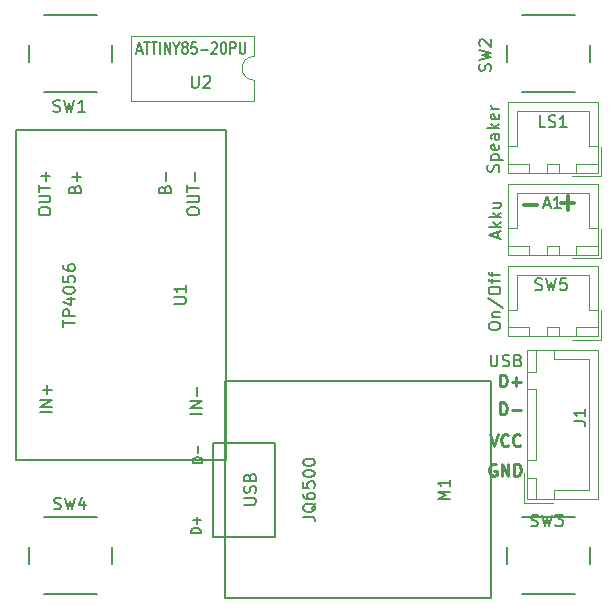
<source format=gbr>
G04 #@! TF.FileFunction,Legend,Top*
%FSLAX46Y46*%
G04 Gerber Fmt 4.6, Leading zero omitted, Abs format (unit mm)*
G04 Created by KiCad (PCBNEW 4.0.6+dfsg1-1) date Tue Jan 16 15:35:21 2018*
%MOMM*%
%LPD*%
G01*
G04 APERTURE LIST*
%ADD10C,0.100000*%
%ADD11C,0.300000*%
%ADD12C,0.250000*%
%ADD13C,0.150000*%
%ADD14C,0.120000*%
G04 APERTURE END LIST*
D10*
D11*
X179478572Y-103907143D02*
X180621429Y-103907143D01*
X180050000Y-104478571D02*
X180050000Y-103335714D01*
X176328572Y-104107143D02*
X177471429Y-104107143D01*
D12*
X173988096Y-126050000D02*
X173892858Y-126002381D01*
X173750001Y-126002381D01*
X173607143Y-126050000D01*
X173511905Y-126145238D01*
X173464286Y-126240476D01*
X173416667Y-126430952D01*
X173416667Y-126573810D01*
X173464286Y-126764286D01*
X173511905Y-126859524D01*
X173607143Y-126954762D01*
X173750001Y-127002381D01*
X173845239Y-127002381D01*
X173988096Y-126954762D01*
X174035715Y-126907143D01*
X174035715Y-126573810D01*
X173845239Y-126573810D01*
X174464286Y-127002381D02*
X174464286Y-126002381D01*
X175035715Y-127002381D01*
X175035715Y-126002381D01*
X175511905Y-127002381D02*
X175511905Y-126002381D01*
X175750000Y-126002381D01*
X175892858Y-126050000D01*
X175988096Y-126145238D01*
X176035715Y-126240476D01*
X176083334Y-126430952D01*
X176083334Y-126573810D01*
X176035715Y-126764286D01*
X175988096Y-126859524D01*
X175892858Y-126954762D01*
X175750000Y-127002381D01*
X175511905Y-127002381D01*
X173466667Y-123502381D02*
X173800000Y-124502381D01*
X174133334Y-123502381D01*
X175038096Y-124407143D02*
X174990477Y-124454762D01*
X174847620Y-124502381D01*
X174752382Y-124502381D01*
X174609524Y-124454762D01*
X174514286Y-124359524D01*
X174466667Y-124264286D01*
X174419048Y-124073810D01*
X174419048Y-123930952D01*
X174466667Y-123740476D01*
X174514286Y-123645238D01*
X174609524Y-123550000D01*
X174752382Y-123502381D01*
X174847620Y-123502381D01*
X174990477Y-123550000D01*
X175038096Y-123597619D01*
X176038096Y-124407143D02*
X175990477Y-124454762D01*
X175847620Y-124502381D01*
X175752382Y-124502381D01*
X175609524Y-124454762D01*
X175514286Y-124359524D01*
X175466667Y-124264286D01*
X175419048Y-124073810D01*
X175419048Y-123930952D01*
X175466667Y-123740476D01*
X175514286Y-123645238D01*
X175609524Y-123550000D01*
X175752382Y-123502381D01*
X175847620Y-123502381D01*
X175990477Y-123550000D01*
X176038096Y-123597619D01*
X174319048Y-121802381D02*
X174319048Y-120802381D01*
X174557143Y-120802381D01*
X174700001Y-120850000D01*
X174795239Y-120945238D01*
X174842858Y-121040476D01*
X174890477Y-121230952D01*
X174890477Y-121373810D01*
X174842858Y-121564286D01*
X174795239Y-121659524D01*
X174700001Y-121754762D01*
X174557143Y-121802381D01*
X174319048Y-121802381D01*
X175319048Y-121421429D02*
X176080953Y-121421429D01*
X174319048Y-119452381D02*
X174319048Y-118452381D01*
X174557143Y-118452381D01*
X174700001Y-118500000D01*
X174795239Y-118595238D01*
X174842858Y-118690476D01*
X174890477Y-118880952D01*
X174890477Y-119023810D01*
X174842858Y-119214286D01*
X174795239Y-119309524D01*
X174700001Y-119404762D01*
X174557143Y-119452381D01*
X174319048Y-119452381D01*
X175319048Y-119071429D02*
X176080953Y-119071429D01*
X175700001Y-119452381D02*
X175700001Y-118690476D01*
D13*
X133310000Y-125670000D02*
X151090000Y-125670000D01*
X133310000Y-97730000D02*
X151090000Y-97730000D01*
X133310000Y-125670000D02*
X133310000Y-97730000D01*
X151090000Y-97730000D02*
X151090000Y-125670000D01*
D14*
X153490000Y-93510000D02*
G75*
G02X153490000Y-91510000I0J1000000D01*
G01*
X153490000Y-91510000D02*
X153490000Y-89740000D01*
X153490000Y-89740000D02*
X143090000Y-89740000D01*
X143090000Y-89740000D02*
X143090000Y-95280000D01*
X143090000Y-95280000D02*
X153490000Y-95280000D01*
X153490000Y-95280000D02*
X153490000Y-93510000D01*
D13*
X150000000Y-128200000D02*
X150000000Y-132200000D01*
X150000000Y-132200000D02*
X155300000Y-132200000D01*
X155300000Y-132200000D02*
X155300000Y-124200000D01*
X155300000Y-124200000D02*
X150000000Y-124200000D01*
X150000000Y-124200000D02*
X150000000Y-128200000D01*
X151000000Y-137400000D02*
X151000000Y-119000000D01*
X151000000Y-119000000D02*
X173600000Y-119000000D01*
X151000000Y-137400000D02*
X173600000Y-137400000D01*
X173600000Y-137400000D02*
X173600000Y-119000000D01*
D14*
X182600000Y-108300000D02*
X182600000Y-102350000D01*
X182600000Y-102350000D02*
X175000000Y-102350000D01*
X175000000Y-102350000D02*
X175000000Y-108300000D01*
X175000000Y-108300000D02*
X182600000Y-108300000D01*
X179300000Y-108300000D02*
X179300000Y-107550000D01*
X179300000Y-107550000D02*
X178300000Y-107550000D01*
X178300000Y-107550000D02*
X178300000Y-108300000D01*
X178300000Y-108300000D02*
X179300000Y-108300000D01*
X182600000Y-108300000D02*
X182600000Y-107550000D01*
X182600000Y-107550000D02*
X180800000Y-107550000D01*
X180800000Y-107550000D02*
X180800000Y-108300000D01*
X180800000Y-108300000D02*
X182600000Y-108300000D01*
X176800000Y-108300000D02*
X176800000Y-107550000D01*
X176800000Y-107550000D02*
X175000000Y-107550000D01*
X175000000Y-107550000D02*
X175000000Y-108300000D01*
X175000000Y-108300000D02*
X176800000Y-108300000D01*
X182600000Y-106050000D02*
X181850000Y-106050000D01*
X181850000Y-106050000D02*
X181850000Y-103100000D01*
X181850000Y-103100000D02*
X178800000Y-103100000D01*
X175000000Y-106050000D02*
X175750000Y-106050000D01*
X175750000Y-106050000D02*
X175750000Y-103100000D01*
X175750000Y-103100000D02*
X178800000Y-103100000D01*
X180400000Y-108600000D02*
X182900000Y-108600000D01*
X182900000Y-108600000D02*
X182900000Y-106100000D01*
X182600000Y-101350000D02*
X182600000Y-95400000D01*
X182600000Y-95400000D02*
X175000000Y-95400000D01*
X175000000Y-95400000D02*
X175000000Y-101350000D01*
X175000000Y-101350000D02*
X182600000Y-101350000D01*
X179300000Y-101350000D02*
X179300000Y-100600000D01*
X179300000Y-100600000D02*
X178300000Y-100600000D01*
X178300000Y-100600000D02*
X178300000Y-101350000D01*
X178300000Y-101350000D02*
X179300000Y-101350000D01*
X182600000Y-101350000D02*
X182600000Y-100600000D01*
X182600000Y-100600000D02*
X180800000Y-100600000D01*
X180800000Y-100600000D02*
X180800000Y-101350000D01*
X180800000Y-101350000D02*
X182600000Y-101350000D01*
X176800000Y-101350000D02*
X176800000Y-100600000D01*
X176800000Y-100600000D02*
X175000000Y-100600000D01*
X175000000Y-100600000D02*
X175000000Y-101350000D01*
X175000000Y-101350000D02*
X176800000Y-101350000D01*
X182600000Y-99100000D02*
X181850000Y-99100000D01*
X181850000Y-99100000D02*
X181850000Y-96150000D01*
X181850000Y-96150000D02*
X178800000Y-96150000D01*
X175000000Y-99100000D02*
X175750000Y-99100000D01*
X175750000Y-99100000D02*
X175750000Y-96150000D01*
X175750000Y-96150000D02*
X178800000Y-96150000D01*
X180400000Y-101650000D02*
X182900000Y-101650000D01*
X182900000Y-101650000D02*
X182900000Y-99150000D01*
D13*
X135700000Y-94500000D02*
X140200000Y-94500000D01*
X134450000Y-90500000D02*
X134450000Y-92000000D01*
X140200000Y-88000000D02*
X135700000Y-88000000D01*
X141450000Y-92000000D02*
X141450000Y-90500000D01*
X176200000Y-94500000D02*
X180700000Y-94500000D01*
X174950000Y-90500000D02*
X174950000Y-92000000D01*
X180700000Y-88000000D02*
X176200000Y-88000000D01*
X181950000Y-92000000D02*
X181950000Y-90500000D01*
X176200000Y-137000000D02*
X180700000Y-137000000D01*
X174950000Y-133000000D02*
X174950000Y-134500000D01*
X180700000Y-130500000D02*
X176200000Y-130500000D01*
X181950000Y-134500000D02*
X181950000Y-133000000D01*
X135700000Y-137000000D02*
X140200000Y-137000000D01*
X134450000Y-133000000D02*
X134450000Y-134500000D01*
X140200000Y-130500000D02*
X135700000Y-130500000D01*
X141450000Y-134500000D02*
X141450000Y-133000000D01*
D14*
X182600000Y-115200000D02*
X182600000Y-109250000D01*
X182600000Y-109250000D02*
X175000000Y-109250000D01*
X175000000Y-109250000D02*
X175000000Y-115200000D01*
X175000000Y-115200000D02*
X182600000Y-115200000D01*
X179300000Y-115200000D02*
X179300000Y-114450000D01*
X179300000Y-114450000D02*
X178300000Y-114450000D01*
X178300000Y-114450000D02*
X178300000Y-115200000D01*
X178300000Y-115200000D02*
X179300000Y-115200000D01*
X182600000Y-115200000D02*
X182600000Y-114450000D01*
X182600000Y-114450000D02*
X180800000Y-114450000D01*
X180800000Y-114450000D02*
X180800000Y-115200000D01*
X180800000Y-115200000D02*
X182600000Y-115200000D01*
X176800000Y-115200000D02*
X176800000Y-114450000D01*
X176800000Y-114450000D02*
X175000000Y-114450000D01*
X175000000Y-114450000D02*
X175000000Y-115200000D01*
X175000000Y-115200000D02*
X176800000Y-115200000D01*
X182600000Y-112950000D02*
X181850000Y-112950000D01*
X181850000Y-112950000D02*
X181850000Y-110000000D01*
X181850000Y-110000000D02*
X178800000Y-110000000D01*
X175000000Y-112950000D02*
X175750000Y-112950000D01*
X175750000Y-112950000D02*
X175750000Y-110000000D01*
X175750000Y-110000000D02*
X178800000Y-110000000D01*
X180400000Y-115500000D02*
X182900000Y-115500000D01*
X182900000Y-115500000D02*
X182900000Y-113000000D01*
X176650000Y-129000000D02*
X182600000Y-129000000D01*
X182600000Y-129000000D02*
X182600000Y-116400000D01*
X182600000Y-116400000D02*
X176650000Y-116400000D01*
X176650000Y-116400000D02*
X176650000Y-129000000D01*
X176650000Y-125700000D02*
X177400000Y-125700000D01*
X177400000Y-125700000D02*
X177400000Y-119700000D01*
X177400000Y-119700000D02*
X176650000Y-119700000D01*
X176650000Y-119700000D02*
X176650000Y-125700000D01*
X176650000Y-129000000D02*
X177400000Y-129000000D01*
X177400000Y-129000000D02*
X177400000Y-127200000D01*
X177400000Y-127200000D02*
X176650000Y-127200000D01*
X176650000Y-127200000D02*
X176650000Y-129000000D01*
X176650000Y-118200000D02*
X177400000Y-118200000D01*
X177400000Y-118200000D02*
X177400000Y-116400000D01*
X177400000Y-116400000D02*
X176650000Y-116400000D01*
X176650000Y-116400000D02*
X176650000Y-118200000D01*
X178900000Y-129000000D02*
X178900000Y-128250000D01*
X178900000Y-128250000D02*
X181850000Y-128250000D01*
X181850000Y-128250000D02*
X181850000Y-122700000D01*
X178900000Y-116400000D02*
X178900000Y-117150000D01*
X178900000Y-117150000D02*
X181850000Y-117150000D01*
X181850000Y-117150000D02*
X181850000Y-122700000D01*
X176350000Y-126800000D02*
X176350000Y-129300000D01*
X176350000Y-129300000D02*
X178850000Y-129300000D01*
D13*
X146732381Y-112461905D02*
X147541905Y-112461905D01*
X147637143Y-112414286D01*
X147684762Y-112366667D01*
X147732381Y-112271429D01*
X147732381Y-112080952D01*
X147684762Y-111985714D01*
X147637143Y-111938095D01*
X147541905Y-111890476D01*
X146732381Y-111890476D01*
X147732381Y-110890476D02*
X147732381Y-111461905D01*
X147732381Y-111176191D02*
X146732381Y-111176191D01*
X146875238Y-111271429D01*
X146970476Y-111366667D01*
X147018095Y-111461905D01*
X137342381Y-114390476D02*
X137342381Y-113819047D01*
X138342381Y-114104762D02*
X137342381Y-114104762D01*
X138342381Y-113485714D02*
X137342381Y-113485714D01*
X137342381Y-113104761D01*
X137390000Y-113009523D01*
X137437619Y-112961904D01*
X137532857Y-112914285D01*
X137675714Y-112914285D01*
X137770952Y-112961904D01*
X137818571Y-113009523D01*
X137866190Y-113104761D01*
X137866190Y-113485714D01*
X137675714Y-112057142D02*
X138342381Y-112057142D01*
X137294762Y-112295238D02*
X138009048Y-112533333D01*
X138009048Y-111914285D01*
X137342381Y-111342857D02*
X137342381Y-111247618D01*
X137390000Y-111152380D01*
X137437619Y-111104761D01*
X137532857Y-111057142D01*
X137723333Y-111009523D01*
X137961429Y-111009523D01*
X138151905Y-111057142D01*
X138247143Y-111104761D01*
X138294762Y-111152380D01*
X138342381Y-111247618D01*
X138342381Y-111342857D01*
X138294762Y-111438095D01*
X138247143Y-111485714D01*
X138151905Y-111533333D01*
X137961429Y-111580952D01*
X137723333Y-111580952D01*
X137532857Y-111533333D01*
X137437619Y-111485714D01*
X137390000Y-111438095D01*
X137342381Y-111342857D01*
X137342381Y-110104761D02*
X137342381Y-110580952D01*
X137818571Y-110628571D01*
X137770952Y-110580952D01*
X137723333Y-110485714D01*
X137723333Y-110247618D01*
X137770952Y-110152380D01*
X137818571Y-110104761D01*
X137913810Y-110057142D01*
X138151905Y-110057142D01*
X138247143Y-110104761D01*
X138294762Y-110152380D01*
X138342381Y-110247618D01*
X138342381Y-110485714D01*
X138294762Y-110580952D01*
X138247143Y-110628571D01*
X137342381Y-109199999D02*
X137342381Y-109390476D01*
X137390000Y-109485714D01*
X137437619Y-109533333D01*
X137580476Y-109628571D01*
X137770952Y-109676190D01*
X138151905Y-109676190D01*
X138247143Y-109628571D01*
X138294762Y-109580952D01*
X138342381Y-109485714D01*
X138342381Y-109295237D01*
X138294762Y-109199999D01*
X138247143Y-109152380D01*
X138151905Y-109104761D01*
X137913810Y-109104761D01*
X137818571Y-109152380D01*
X137770952Y-109199999D01*
X137723333Y-109295237D01*
X137723333Y-109485714D01*
X137770952Y-109580952D01*
X137818571Y-109628571D01*
X137913810Y-109676190D01*
X147852381Y-104719048D02*
X147852381Y-104528571D01*
X147900000Y-104433333D01*
X147995238Y-104338095D01*
X148185714Y-104290476D01*
X148519048Y-104290476D01*
X148709524Y-104338095D01*
X148804762Y-104433333D01*
X148852381Y-104528571D01*
X148852381Y-104719048D01*
X148804762Y-104814286D01*
X148709524Y-104909524D01*
X148519048Y-104957143D01*
X148185714Y-104957143D01*
X147995238Y-104909524D01*
X147900000Y-104814286D01*
X147852381Y-104719048D01*
X147852381Y-103861905D02*
X148661905Y-103861905D01*
X148757143Y-103814286D01*
X148804762Y-103766667D01*
X148852381Y-103671429D01*
X148852381Y-103480952D01*
X148804762Y-103385714D01*
X148757143Y-103338095D01*
X148661905Y-103290476D01*
X147852381Y-103290476D01*
X147852381Y-102957143D02*
X147852381Y-102385714D01*
X148852381Y-102671429D02*
X147852381Y-102671429D01*
X148471429Y-102052381D02*
X148471429Y-101290476D01*
X145928571Y-102747618D02*
X145976190Y-102604761D01*
X146023810Y-102557142D01*
X146119048Y-102509523D01*
X146261905Y-102509523D01*
X146357143Y-102557142D01*
X146404762Y-102604761D01*
X146452381Y-102699999D01*
X146452381Y-103080952D01*
X145452381Y-103080952D01*
X145452381Y-102747618D01*
X145500000Y-102652380D01*
X145547619Y-102604761D01*
X145642857Y-102557142D01*
X145738095Y-102557142D01*
X145833333Y-102604761D01*
X145880952Y-102652380D01*
X145928571Y-102747618D01*
X145928571Y-103080952D01*
X146071429Y-102080952D02*
X146071429Y-101319047D01*
X138328571Y-102747618D02*
X138376190Y-102604761D01*
X138423810Y-102557142D01*
X138519048Y-102509523D01*
X138661905Y-102509523D01*
X138757143Y-102557142D01*
X138804762Y-102604761D01*
X138852381Y-102699999D01*
X138852381Y-103080952D01*
X137852381Y-103080952D01*
X137852381Y-102747618D01*
X137900000Y-102652380D01*
X137947619Y-102604761D01*
X138042857Y-102557142D01*
X138138095Y-102557142D01*
X138233333Y-102604761D01*
X138280952Y-102652380D01*
X138328571Y-102747618D01*
X138328571Y-103080952D01*
X138471429Y-102080952D02*
X138471429Y-101319047D01*
X138852381Y-101699999D02*
X138090476Y-101699999D01*
X135252381Y-104719048D02*
X135252381Y-104528571D01*
X135300000Y-104433333D01*
X135395238Y-104338095D01*
X135585714Y-104290476D01*
X135919048Y-104290476D01*
X136109524Y-104338095D01*
X136204762Y-104433333D01*
X136252381Y-104528571D01*
X136252381Y-104719048D01*
X136204762Y-104814286D01*
X136109524Y-104909524D01*
X135919048Y-104957143D01*
X135585714Y-104957143D01*
X135395238Y-104909524D01*
X135300000Y-104814286D01*
X135252381Y-104719048D01*
X135252381Y-103861905D02*
X136061905Y-103861905D01*
X136157143Y-103814286D01*
X136204762Y-103766667D01*
X136252381Y-103671429D01*
X136252381Y-103480952D01*
X136204762Y-103385714D01*
X136157143Y-103338095D01*
X136061905Y-103290476D01*
X135252381Y-103290476D01*
X135252381Y-102957143D02*
X135252381Y-102385714D01*
X136252381Y-102671429D02*
X135252381Y-102671429D01*
X135871429Y-102052381D02*
X135871429Y-101290476D01*
X136252381Y-101671428D02*
X135490476Y-101671428D01*
X149052381Y-121742857D02*
X148052381Y-121742857D01*
X149052381Y-121266667D02*
X148052381Y-121266667D01*
X149052381Y-120695238D01*
X148052381Y-120695238D01*
X148671429Y-120219048D02*
X148671429Y-119457143D01*
X136352381Y-121642857D02*
X135352381Y-121642857D01*
X136352381Y-121166667D02*
X135352381Y-121166667D01*
X136352381Y-120595238D01*
X135352381Y-120595238D01*
X135971429Y-120119048D02*
X135971429Y-119357143D01*
X136352381Y-119738095D02*
X135590476Y-119738095D01*
X148238095Y-93152381D02*
X148238095Y-93961905D01*
X148285714Y-94057143D01*
X148333333Y-94104762D01*
X148428571Y-94152381D01*
X148619048Y-94152381D01*
X148714286Y-94104762D01*
X148761905Y-94057143D01*
X148809524Y-93961905D01*
X148809524Y-93152381D01*
X149238095Y-93247619D02*
X149285714Y-93200000D01*
X149380952Y-93152381D01*
X149619048Y-93152381D01*
X149714286Y-93200000D01*
X149761905Y-93247619D01*
X149809524Y-93342857D01*
X149809524Y-93438095D01*
X149761905Y-93580952D01*
X149190476Y-94152381D01*
X149809524Y-94152381D01*
X143609524Y-91016667D02*
X143990476Y-91016667D01*
X143533333Y-91302381D02*
X143800000Y-90302381D01*
X144066667Y-91302381D01*
X144219047Y-90302381D02*
X144676190Y-90302381D01*
X144447619Y-91302381D02*
X144447619Y-90302381D01*
X144828571Y-90302381D02*
X145285714Y-90302381D01*
X145057143Y-91302381D02*
X145057143Y-90302381D01*
X145552381Y-91302381D02*
X145552381Y-90302381D01*
X145933333Y-91302381D02*
X145933333Y-90302381D01*
X146390476Y-91302381D01*
X146390476Y-90302381D01*
X146923809Y-90826190D02*
X146923809Y-91302381D01*
X146657142Y-90302381D02*
X146923809Y-90826190D01*
X147190476Y-90302381D01*
X147571428Y-90730952D02*
X147495237Y-90683333D01*
X147457142Y-90635714D01*
X147419047Y-90540476D01*
X147419047Y-90492857D01*
X147457142Y-90397619D01*
X147495237Y-90350000D01*
X147571428Y-90302381D01*
X147723809Y-90302381D01*
X147799999Y-90350000D01*
X147838095Y-90397619D01*
X147876190Y-90492857D01*
X147876190Y-90540476D01*
X147838095Y-90635714D01*
X147799999Y-90683333D01*
X147723809Y-90730952D01*
X147571428Y-90730952D01*
X147495237Y-90778571D01*
X147457142Y-90826190D01*
X147419047Y-90921429D01*
X147419047Y-91111905D01*
X147457142Y-91207143D01*
X147495237Y-91254762D01*
X147571428Y-91302381D01*
X147723809Y-91302381D01*
X147799999Y-91254762D01*
X147838095Y-91207143D01*
X147876190Y-91111905D01*
X147876190Y-90921429D01*
X147838095Y-90826190D01*
X147799999Y-90778571D01*
X147723809Y-90730952D01*
X148600000Y-90302381D02*
X148219047Y-90302381D01*
X148180952Y-90778571D01*
X148219047Y-90730952D01*
X148295238Y-90683333D01*
X148485714Y-90683333D01*
X148561904Y-90730952D01*
X148600000Y-90778571D01*
X148638095Y-90873810D01*
X148638095Y-91111905D01*
X148600000Y-91207143D01*
X148561904Y-91254762D01*
X148485714Y-91302381D01*
X148295238Y-91302381D01*
X148219047Y-91254762D01*
X148180952Y-91207143D01*
X148980952Y-90921429D02*
X149590476Y-90921429D01*
X149933333Y-90397619D02*
X149971428Y-90350000D01*
X150047619Y-90302381D01*
X150238095Y-90302381D01*
X150314285Y-90350000D01*
X150352381Y-90397619D01*
X150390476Y-90492857D01*
X150390476Y-90588095D01*
X150352381Y-90730952D01*
X149895238Y-91302381D01*
X150390476Y-91302381D01*
X150885714Y-90302381D02*
X150961905Y-90302381D01*
X151038095Y-90350000D01*
X151076190Y-90397619D01*
X151114286Y-90492857D01*
X151152381Y-90683333D01*
X151152381Y-90921429D01*
X151114286Y-91111905D01*
X151076190Y-91207143D01*
X151038095Y-91254762D01*
X150961905Y-91302381D01*
X150885714Y-91302381D01*
X150809524Y-91254762D01*
X150771428Y-91207143D01*
X150733333Y-91111905D01*
X150695238Y-90921429D01*
X150695238Y-90683333D01*
X150733333Y-90492857D01*
X150771428Y-90397619D01*
X150809524Y-90350000D01*
X150885714Y-90302381D01*
X151495238Y-91302381D02*
X151495238Y-90302381D01*
X151800000Y-90302381D01*
X151876191Y-90350000D01*
X151914286Y-90397619D01*
X151952381Y-90492857D01*
X151952381Y-90635714D01*
X151914286Y-90730952D01*
X151876191Y-90778571D01*
X151800000Y-90826190D01*
X151495238Y-90826190D01*
X152295238Y-90302381D02*
X152295238Y-91111905D01*
X152333333Y-91207143D01*
X152371429Y-91254762D01*
X152447619Y-91302381D01*
X152600000Y-91302381D01*
X152676191Y-91254762D01*
X152714286Y-91207143D01*
X152752381Y-91111905D01*
X152752381Y-90302381D01*
X170052381Y-129009524D02*
X169052381Y-129009524D01*
X169766667Y-128676190D01*
X169052381Y-128342857D01*
X170052381Y-128342857D01*
X170052381Y-127342857D02*
X170052381Y-127914286D01*
X170052381Y-127628572D02*
X169052381Y-127628572D01*
X169195238Y-127723810D01*
X169290476Y-127819048D01*
X169338095Y-127914286D01*
X157642381Y-130485714D02*
X158356667Y-130485714D01*
X158499524Y-130533334D01*
X158594762Y-130628572D01*
X158642381Y-130771429D01*
X158642381Y-130866667D01*
X158737619Y-129342857D02*
X158690000Y-129438095D01*
X158594762Y-129533333D01*
X158451905Y-129676190D01*
X158404286Y-129771429D01*
X158404286Y-129866667D01*
X158642381Y-129819048D02*
X158594762Y-129914286D01*
X158499524Y-130009524D01*
X158309048Y-130057143D01*
X157975714Y-130057143D01*
X157785238Y-130009524D01*
X157690000Y-129914286D01*
X157642381Y-129819048D01*
X157642381Y-129628571D01*
X157690000Y-129533333D01*
X157785238Y-129438095D01*
X157975714Y-129390476D01*
X158309048Y-129390476D01*
X158499524Y-129438095D01*
X158594762Y-129533333D01*
X158642381Y-129628571D01*
X158642381Y-129819048D01*
X157642381Y-128533333D02*
X157642381Y-128723810D01*
X157690000Y-128819048D01*
X157737619Y-128866667D01*
X157880476Y-128961905D01*
X158070952Y-129009524D01*
X158451905Y-129009524D01*
X158547143Y-128961905D01*
X158594762Y-128914286D01*
X158642381Y-128819048D01*
X158642381Y-128628571D01*
X158594762Y-128533333D01*
X158547143Y-128485714D01*
X158451905Y-128438095D01*
X158213810Y-128438095D01*
X158118571Y-128485714D01*
X158070952Y-128533333D01*
X158023333Y-128628571D01*
X158023333Y-128819048D01*
X158070952Y-128914286D01*
X158118571Y-128961905D01*
X158213810Y-129009524D01*
X157642381Y-127533333D02*
X157642381Y-128009524D01*
X158118571Y-128057143D01*
X158070952Y-128009524D01*
X158023333Y-127914286D01*
X158023333Y-127676190D01*
X158070952Y-127580952D01*
X158118571Y-127533333D01*
X158213810Y-127485714D01*
X158451905Y-127485714D01*
X158547143Y-127533333D01*
X158594762Y-127580952D01*
X158642381Y-127676190D01*
X158642381Y-127914286D01*
X158594762Y-128009524D01*
X158547143Y-128057143D01*
X157642381Y-126866667D02*
X157642381Y-126771428D01*
X157690000Y-126676190D01*
X157737619Y-126628571D01*
X157832857Y-126580952D01*
X158023333Y-126533333D01*
X158261429Y-126533333D01*
X158451905Y-126580952D01*
X158547143Y-126628571D01*
X158594762Y-126676190D01*
X158642381Y-126771428D01*
X158642381Y-126866667D01*
X158594762Y-126961905D01*
X158547143Y-127009524D01*
X158451905Y-127057143D01*
X158261429Y-127104762D01*
X158023333Y-127104762D01*
X157832857Y-127057143D01*
X157737619Y-127009524D01*
X157690000Y-126961905D01*
X157642381Y-126866667D01*
X157642381Y-125914286D02*
X157642381Y-125819047D01*
X157690000Y-125723809D01*
X157737619Y-125676190D01*
X157832857Y-125628571D01*
X158023333Y-125580952D01*
X158261429Y-125580952D01*
X158451905Y-125628571D01*
X158547143Y-125676190D01*
X158594762Y-125723809D01*
X158642381Y-125819047D01*
X158642381Y-125914286D01*
X158594762Y-126009524D01*
X158547143Y-126057143D01*
X158451905Y-126104762D01*
X158261429Y-126152381D01*
X158023333Y-126152381D01*
X157832857Y-126104762D01*
X157737619Y-126057143D01*
X157690000Y-126009524D01*
X157642381Y-125914286D01*
X148971905Y-131874762D02*
X148171905Y-131874762D01*
X148171905Y-131684286D01*
X148210000Y-131570000D01*
X148286190Y-131493809D01*
X148362381Y-131455714D01*
X148514762Y-131417619D01*
X148629048Y-131417619D01*
X148781429Y-131455714D01*
X148857619Y-131493809D01*
X148933810Y-131570000D01*
X148971905Y-131684286D01*
X148971905Y-131874762D01*
X148667143Y-131074762D02*
X148667143Y-130465238D01*
X148971905Y-130770000D02*
X148362381Y-130770000D01*
X149101905Y-125904762D02*
X148301905Y-125904762D01*
X148301905Y-125714286D01*
X148340000Y-125600000D01*
X148416190Y-125523809D01*
X148492381Y-125485714D01*
X148644762Y-125447619D01*
X148759048Y-125447619D01*
X148911429Y-125485714D01*
X148987619Y-125523809D01*
X149063810Y-125600000D01*
X149101905Y-125714286D01*
X149101905Y-125904762D01*
X148797143Y-125104762D02*
X148797143Y-124495238D01*
X152652381Y-129461905D02*
X153461905Y-129461905D01*
X153557143Y-129414286D01*
X153604762Y-129366667D01*
X153652381Y-129271429D01*
X153652381Y-129080952D01*
X153604762Y-128985714D01*
X153557143Y-128938095D01*
X153461905Y-128890476D01*
X152652381Y-128890476D01*
X153604762Y-128461905D02*
X153652381Y-128319048D01*
X153652381Y-128080952D01*
X153604762Y-127985714D01*
X153557143Y-127938095D01*
X153461905Y-127890476D01*
X153366667Y-127890476D01*
X153271429Y-127938095D01*
X153223810Y-127985714D01*
X153176190Y-128080952D01*
X153128571Y-128271429D01*
X153080952Y-128366667D01*
X153033333Y-128414286D01*
X152938095Y-128461905D01*
X152842857Y-128461905D01*
X152747619Y-128414286D01*
X152700000Y-128366667D01*
X152652381Y-128271429D01*
X152652381Y-128033333D01*
X152700000Y-127890476D01*
X153128571Y-127128571D02*
X153176190Y-126985714D01*
X153223810Y-126938095D01*
X153319048Y-126890476D01*
X153461905Y-126890476D01*
X153557143Y-126938095D01*
X153604762Y-126985714D01*
X153652381Y-127080952D01*
X153652381Y-127461905D01*
X152652381Y-127461905D01*
X152652381Y-127128571D01*
X152700000Y-127033333D01*
X152747619Y-126985714D01*
X152842857Y-126938095D01*
X152938095Y-126938095D01*
X153033333Y-126985714D01*
X153080952Y-127033333D01*
X153128571Y-127128571D01*
X153128571Y-127461905D01*
X178035714Y-104066667D02*
X178511905Y-104066667D01*
X177940476Y-104352381D02*
X178273809Y-103352381D01*
X178607143Y-104352381D01*
X179464286Y-104352381D02*
X178892857Y-104352381D01*
X179178571Y-104352381D02*
X179178571Y-103352381D01*
X179083333Y-103495238D01*
X178988095Y-103590476D01*
X178892857Y-103638095D01*
X174116667Y-106850000D02*
X174116667Y-106373809D01*
X174402381Y-106945238D02*
X173402381Y-106611905D01*
X174402381Y-106278571D01*
X174402381Y-105945238D02*
X173402381Y-105945238D01*
X174021429Y-105850000D02*
X174402381Y-105564285D01*
X173735714Y-105564285D02*
X174116667Y-105945238D01*
X174402381Y-105135714D02*
X173402381Y-105135714D01*
X174021429Y-105040476D02*
X174402381Y-104754761D01*
X173735714Y-104754761D02*
X174116667Y-105135714D01*
X173735714Y-103897618D02*
X174402381Y-103897618D01*
X173735714Y-104326190D02*
X174259524Y-104326190D01*
X174354762Y-104278571D01*
X174402381Y-104183333D01*
X174402381Y-104040475D01*
X174354762Y-103945237D01*
X174307143Y-103897618D01*
X178157143Y-97502381D02*
X177680952Y-97502381D01*
X177680952Y-96502381D01*
X178442857Y-97454762D02*
X178585714Y-97502381D01*
X178823810Y-97502381D01*
X178919048Y-97454762D01*
X178966667Y-97407143D01*
X179014286Y-97311905D01*
X179014286Y-97216667D01*
X178966667Y-97121429D01*
X178919048Y-97073810D01*
X178823810Y-97026190D01*
X178633333Y-96978571D01*
X178538095Y-96930952D01*
X178490476Y-96883333D01*
X178442857Y-96788095D01*
X178442857Y-96692857D01*
X178490476Y-96597619D01*
X178538095Y-96550000D01*
X178633333Y-96502381D01*
X178871429Y-96502381D01*
X179014286Y-96550000D01*
X179966667Y-97502381D02*
X179395238Y-97502381D01*
X179680952Y-97502381D02*
X179680952Y-96502381D01*
X179585714Y-96645238D01*
X179490476Y-96740476D01*
X179395238Y-96788095D01*
X174204762Y-101261905D02*
X174252381Y-101119048D01*
X174252381Y-100880952D01*
X174204762Y-100785714D01*
X174157143Y-100738095D01*
X174061905Y-100690476D01*
X173966667Y-100690476D01*
X173871429Y-100738095D01*
X173823810Y-100785714D01*
X173776190Y-100880952D01*
X173728571Y-101071429D01*
X173680952Y-101166667D01*
X173633333Y-101214286D01*
X173538095Y-101261905D01*
X173442857Y-101261905D01*
X173347619Y-101214286D01*
X173300000Y-101166667D01*
X173252381Y-101071429D01*
X173252381Y-100833333D01*
X173300000Y-100690476D01*
X173585714Y-100261905D02*
X174585714Y-100261905D01*
X173633333Y-100261905D02*
X173585714Y-100166667D01*
X173585714Y-99976190D01*
X173633333Y-99880952D01*
X173680952Y-99833333D01*
X173776190Y-99785714D01*
X174061905Y-99785714D01*
X174157143Y-99833333D01*
X174204762Y-99880952D01*
X174252381Y-99976190D01*
X174252381Y-100166667D01*
X174204762Y-100261905D01*
X174204762Y-98976190D02*
X174252381Y-99071428D01*
X174252381Y-99261905D01*
X174204762Y-99357143D01*
X174109524Y-99404762D01*
X173728571Y-99404762D01*
X173633333Y-99357143D01*
X173585714Y-99261905D01*
X173585714Y-99071428D01*
X173633333Y-98976190D01*
X173728571Y-98928571D01*
X173823810Y-98928571D01*
X173919048Y-99404762D01*
X174252381Y-98071428D02*
X173728571Y-98071428D01*
X173633333Y-98119047D01*
X173585714Y-98214285D01*
X173585714Y-98404762D01*
X173633333Y-98500000D01*
X174204762Y-98071428D02*
X174252381Y-98166666D01*
X174252381Y-98404762D01*
X174204762Y-98500000D01*
X174109524Y-98547619D01*
X174014286Y-98547619D01*
X173919048Y-98500000D01*
X173871429Y-98404762D01*
X173871429Y-98166666D01*
X173823810Y-98071428D01*
X174252381Y-97595238D02*
X173252381Y-97595238D01*
X173871429Y-97500000D02*
X174252381Y-97214285D01*
X173585714Y-97214285D02*
X173966667Y-97595238D01*
X174204762Y-96404761D02*
X174252381Y-96499999D01*
X174252381Y-96690476D01*
X174204762Y-96785714D01*
X174109524Y-96833333D01*
X173728571Y-96833333D01*
X173633333Y-96785714D01*
X173585714Y-96690476D01*
X173585714Y-96499999D01*
X173633333Y-96404761D01*
X173728571Y-96357142D01*
X173823810Y-96357142D01*
X173919048Y-96833333D01*
X174252381Y-95928571D02*
X173585714Y-95928571D01*
X173776190Y-95928571D02*
X173680952Y-95880952D01*
X173633333Y-95833333D01*
X173585714Y-95738095D01*
X173585714Y-95642856D01*
X136516667Y-96154762D02*
X136659524Y-96202381D01*
X136897620Y-96202381D01*
X136992858Y-96154762D01*
X137040477Y-96107143D01*
X137088096Y-96011905D01*
X137088096Y-95916667D01*
X137040477Y-95821429D01*
X136992858Y-95773810D01*
X136897620Y-95726190D01*
X136707143Y-95678571D01*
X136611905Y-95630952D01*
X136564286Y-95583333D01*
X136516667Y-95488095D01*
X136516667Y-95392857D01*
X136564286Y-95297619D01*
X136611905Y-95250000D01*
X136707143Y-95202381D01*
X136945239Y-95202381D01*
X137088096Y-95250000D01*
X137421429Y-95202381D02*
X137659524Y-96202381D01*
X137850001Y-95488095D01*
X138040477Y-96202381D01*
X138278572Y-95202381D01*
X139183334Y-96202381D02*
X138611905Y-96202381D01*
X138897619Y-96202381D02*
X138897619Y-95202381D01*
X138802381Y-95345238D01*
X138707143Y-95440476D01*
X138611905Y-95488095D01*
X173504762Y-92733333D02*
X173552381Y-92590476D01*
X173552381Y-92352380D01*
X173504762Y-92257142D01*
X173457143Y-92209523D01*
X173361905Y-92161904D01*
X173266667Y-92161904D01*
X173171429Y-92209523D01*
X173123810Y-92257142D01*
X173076190Y-92352380D01*
X173028571Y-92542857D01*
X172980952Y-92638095D01*
X172933333Y-92685714D01*
X172838095Y-92733333D01*
X172742857Y-92733333D01*
X172647619Y-92685714D01*
X172600000Y-92638095D01*
X172552381Y-92542857D01*
X172552381Y-92304761D01*
X172600000Y-92161904D01*
X172552381Y-91828571D02*
X173552381Y-91590476D01*
X172838095Y-91399999D01*
X173552381Y-91209523D01*
X172552381Y-90971428D01*
X172647619Y-90638095D02*
X172600000Y-90590476D01*
X172552381Y-90495238D01*
X172552381Y-90257142D01*
X172600000Y-90161904D01*
X172647619Y-90114285D01*
X172742857Y-90066666D01*
X172838095Y-90066666D01*
X172980952Y-90114285D01*
X173552381Y-90685714D01*
X173552381Y-90066666D01*
X176966667Y-131254762D02*
X177109524Y-131302381D01*
X177347620Y-131302381D01*
X177442858Y-131254762D01*
X177490477Y-131207143D01*
X177538096Y-131111905D01*
X177538096Y-131016667D01*
X177490477Y-130921429D01*
X177442858Y-130873810D01*
X177347620Y-130826190D01*
X177157143Y-130778571D01*
X177061905Y-130730952D01*
X177014286Y-130683333D01*
X176966667Y-130588095D01*
X176966667Y-130492857D01*
X177014286Y-130397619D01*
X177061905Y-130350000D01*
X177157143Y-130302381D01*
X177395239Y-130302381D01*
X177538096Y-130350000D01*
X177871429Y-130302381D02*
X178109524Y-131302381D01*
X178300001Y-130588095D01*
X178490477Y-131302381D01*
X178728572Y-130302381D01*
X179014286Y-130302381D02*
X179633334Y-130302381D01*
X179300000Y-130683333D01*
X179442858Y-130683333D01*
X179538096Y-130730952D01*
X179585715Y-130778571D01*
X179633334Y-130873810D01*
X179633334Y-131111905D01*
X179585715Y-131207143D01*
X179538096Y-131254762D01*
X179442858Y-131302381D01*
X179157143Y-131302381D01*
X179061905Y-131254762D01*
X179014286Y-131207143D01*
X136566667Y-129804762D02*
X136709524Y-129852381D01*
X136947620Y-129852381D01*
X137042858Y-129804762D01*
X137090477Y-129757143D01*
X137138096Y-129661905D01*
X137138096Y-129566667D01*
X137090477Y-129471429D01*
X137042858Y-129423810D01*
X136947620Y-129376190D01*
X136757143Y-129328571D01*
X136661905Y-129280952D01*
X136614286Y-129233333D01*
X136566667Y-129138095D01*
X136566667Y-129042857D01*
X136614286Y-128947619D01*
X136661905Y-128900000D01*
X136757143Y-128852381D01*
X136995239Y-128852381D01*
X137138096Y-128900000D01*
X137471429Y-128852381D02*
X137709524Y-129852381D01*
X137900001Y-129138095D01*
X138090477Y-129852381D01*
X138328572Y-128852381D01*
X139138096Y-129185714D02*
X139138096Y-129852381D01*
X138900000Y-128804762D02*
X138661905Y-129519048D01*
X139280953Y-129519048D01*
X177316667Y-111254762D02*
X177459524Y-111302381D01*
X177697620Y-111302381D01*
X177792858Y-111254762D01*
X177840477Y-111207143D01*
X177888096Y-111111905D01*
X177888096Y-111016667D01*
X177840477Y-110921429D01*
X177792858Y-110873810D01*
X177697620Y-110826190D01*
X177507143Y-110778571D01*
X177411905Y-110730952D01*
X177364286Y-110683333D01*
X177316667Y-110588095D01*
X177316667Y-110492857D01*
X177364286Y-110397619D01*
X177411905Y-110350000D01*
X177507143Y-110302381D01*
X177745239Y-110302381D01*
X177888096Y-110350000D01*
X178221429Y-110302381D02*
X178459524Y-111302381D01*
X178650001Y-110588095D01*
X178840477Y-111302381D01*
X179078572Y-110302381D01*
X179935715Y-110302381D02*
X179459524Y-110302381D01*
X179411905Y-110778571D01*
X179459524Y-110730952D01*
X179554762Y-110683333D01*
X179792858Y-110683333D01*
X179888096Y-110730952D01*
X179935715Y-110778571D01*
X179983334Y-110873810D01*
X179983334Y-111111905D01*
X179935715Y-111207143D01*
X179888096Y-111254762D01*
X179792858Y-111302381D01*
X179554762Y-111302381D01*
X179459524Y-111254762D01*
X179411905Y-111207143D01*
X173352381Y-114416667D02*
X173352381Y-114226190D01*
X173400000Y-114130952D01*
X173495238Y-114035714D01*
X173685714Y-113988095D01*
X174019048Y-113988095D01*
X174209524Y-114035714D01*
X174304762Y-114130952D01*
X174352381Y-114226190D01*
X174352381Y-114416667D01*
X174304762Y-114511905D01*
X174209524Y-114607143D01*
X174019048Y-114654762D01*
X173685714Y-114654762D01*
X173495238Y-114607143D01*
X173400000Y-114511905D01*
X173352381Y-114416667D01*
X173685714Y-113559524D02*
X174352381Y-113559524D01*
X173780952Y-113559524D02*
X173733333Y-113511905D01*
X173685714Y-113416667D01*
X173685714Y-113273809D01*
X173733333Y-113178571D01*
X173828571Y-113130952D01*
X174352381Y-113130952D01*
X173304762Y-111940476D02*
X174590476Y-112797619D01*
X173352381Y-111416667D02*
X173352381Y-111226190D01*
X173400000Y-111130952D01*
X173495238Y-111035714D01*
X173685714Y-110988095D01*
X174019048Y-110988095D01*
X174209524Y-111035714D01*
X174304762Y-111130952D01*
X174352381Y-111226190D01*
X174352381Y-111416667D01*
X174304762Y-111511905D01*
X174209524Y-111607143D01*
X174019048Y-111654762D01*
X173685714Y-111654762D01*
X173495238Y-111607143D01*
X173400000Y-111511905D01*
X173352381Y-111416667D01*
X173685714Y-110702381D02*
X173685714Y-110321429D01*
X174352381Y-110559524D02*
X173495238Y-110559524D01*
X173400000Y-110511905D01*
X173352381Y-110416667D01*
X173352381Y-110321429D01*
X173685714Y-110130952D02*
X173685714Y-109750000D01*
X174352381Y-109988095D02*
X173495238Y-109988095D01*
X173400000Y-109940476D01*
X173352381Y-109845238D01*
X173352381Y-109750000D01*
X180552381Y-122383333D02*
X181266667Y-122383333D01*
X181409524Y-122430953D01*
X181504762Y-122526191D01*
X181552381Y-122669048D01*
X181552381Y-122764286D01*
X181552381Y-121383333D02*
X181552381Y-121954762D01*
X181552381Y-121669048D02*
X180552381Y-121669048D01*
X180695238Y-121764286D01*
X180790476Y-121859524D01*
X180838095Y-121954762D01*
X173538095Y-116752381D02*
X173538095Y-117561905D01*
X173585714Y-117657143D01*
X173633333Y-117704762D01*
X173728571Y-117752381D01*
X173919048Y-117752381D01*
X174014286Y-117704762D01*
X174061905Y-117657143D01*
X174109524Y-117561905D01*
X174109524Y-116752381D01*
X174538095Y-117704762D02*
X174680952Y-117752381D01*
X174919048Y-117752381D01*
X175014286Y-117704762D01*
X175061905Y-117657143D01*
X175109524Y-117561905D01*
X175109524Y-117466667D01*
X175061905Y-117371429D01*
X175014286Y-117323810D01*
X174919048Y-117276190D01*
X174728571Y-117228571D01*
X174633333Y-117180952D01*
X174585714Y-117133333D01*
X174538095Y-117038095D01*
X174538095Y-116942857D01*
X174585714Y-116847619D01*
X174633333Y-116800000D01*
X174728571Y-116752381D01*
X174966667Y-116752381D01*
X175109524Y-116800000D01*
X175871429Y-117228571D02*
X176014286Y-117276190D01*
X176061905Y-117323810D01*
X176109524Y-117419048D01*
X176109524Y-117561905D01*
X176061905Y-117657143D01*
X176014286Y-117704762D01*
X175919048Y-117752381D01*
X175538095Y-117752381D01*
X175538095Y-116752381D01*
X175871429Y-116752381D01*
X175966667Y-116800000D01*
X176014286Y-116847619D01*
X176061905Y-116942857D01*
X176061905Y-117038095D01*
X176014286Y-117133333D01*
X175966667Y-117180952D01*
X175871429Y-117228571D01*
X175538095Y-117228571D01*
M02*

</source>
